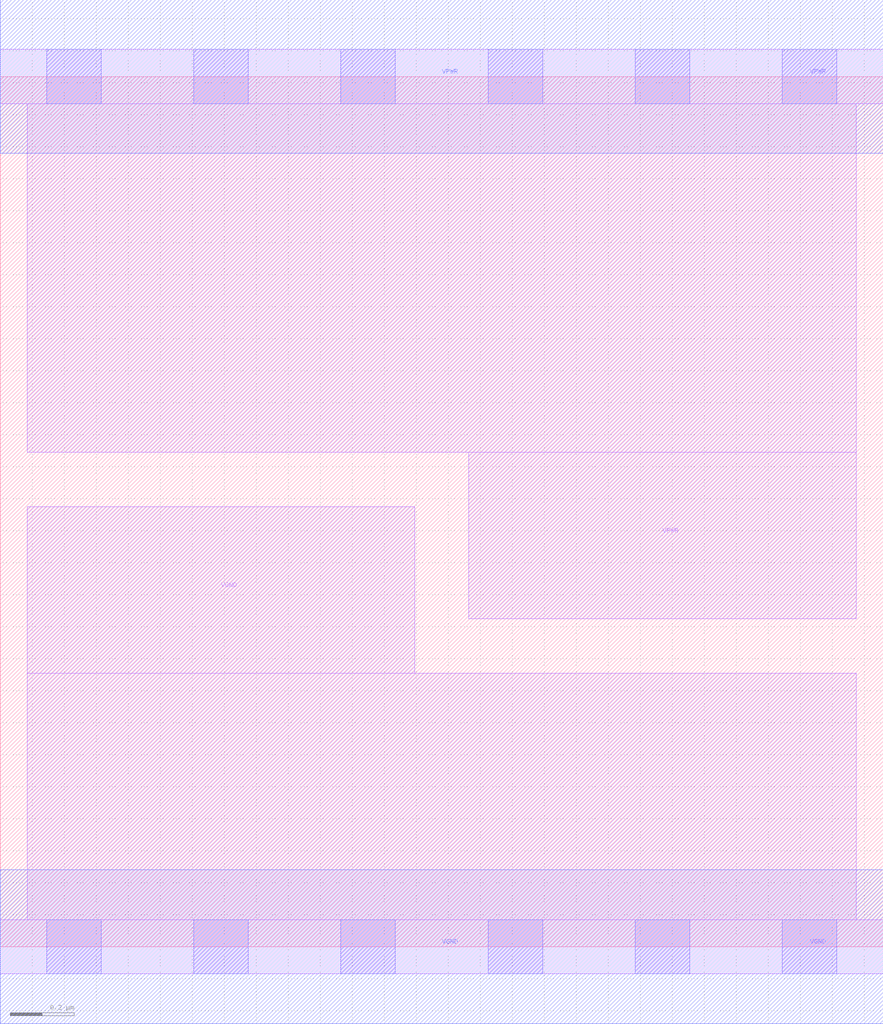
<source format=lef>
# Copyright 2020 The SkyWater PDK Authors
#
# Licensed under the Apache License, Version 2.0 (the "License");
# you may not use this file except in compliance with the License.
# You may obtain a copy of the License at
#
#     https://www.apache.org/licenses/LICENSE-2.0
#
# Unless required by applicable law or agreed to in writing, software
# distributed under the License is distributed on an "AS IS" BASIS,
# WITHOUT WARRANTIES OR CONDITIONS OF ANY KIND, either express or implied.
# See the License for the specific language governing permissions and
# limitations under the License.
#
# SPDX-License-Identifier: Apache-2.0

VERSION 5.7 ;
  NAMESCASESENSITIVE ON ;
  NOWIREEXTENSIONATPIN ON ;
  DIVIDERCHAR "/" ;
  BUSBITCHARS "[]" ;
UNITS
  DATABASE MICRONS 200 ;
END UNITS
MACRO sky130_fd_sc_hd__decap_6
  CLASS CORE ;
  SOURCE USER ;
  FOREIGN sky130_fd_sc_hd__decap_6 ;
  ORIGIN  0.000000  0.000000 ;
  SIZE  2.760000 BY  2.720000 ;
  SYMMETRY X Y R90 ;
  SITE unithd ;
  PIN VGND
    DIRECTION INOUT ;
    SHAPE ABUTMENT ;
    USE GROUND ;
    PORT
      LAYER li1 ;
        RECT 0.000000 -0.085000 2.760000 0.085000 ;
        RECT 0.085000  0.085000 2.675000 0.855000 ;
        RECT 0.085000  0.855000 1.295000 1.375000 ;
      LAYER mcon ;
        RECT 0.145000 -0.085000 0.315000 0.085000 ;
        RECT 0.605000 -0.085000 0.775000 0.085000 ;
        RECT 1.065000 -0.085000 1.235000 0.085000 ;
        RECT 1.525000 -0.085000 1.695000 0.085000 ;
        RECT 1.985000 -0.085000 2.155000 0.085000 ;
        RECT 2.445000 -0.085000 2.615000 0.085000 ;
      LAYER met1 ;
        RECT 0.000000 -0.240000 2.760000 0.240000 ;
    END
  END VGND
  PIN VPWR
    DIRECTION INOUT ;
    SHAPE ABUTMENT ;
    USE POWER ;
    PORT
      LAYER li1 ;
        RECT 0.000000 2.635000 2.760000 2.805000 ;
        RECT 0.085000 1.545000 2.675000 2.635000 ;
        RECT 1.465000 1.025000 2.675000 1.545000 ;
      LAYER mcon ;
        RECT 0.145000 2.635000 0.315000 2.805000 ;
        RECT 0.605000 2.635000 0.775000 2.805000 ;
        RECT 1.065000 2.635000 1.235000 2.805000 ;
        RECT 1.525000 2.635000 1.695000 2.805000 ;
        RECT 1.985000 2.635000 2.155000 2.805000 ;
        RECT 2.445000 2.635000 2.615000 2.805000 ;
      LAYER met1 ;
        RECT 0.000000 2.480000 2.760000 2.960000 ;
    END
  END VPWR
END sky130_fd_sc_hd__decap_6
END LIBRARY

</source>
